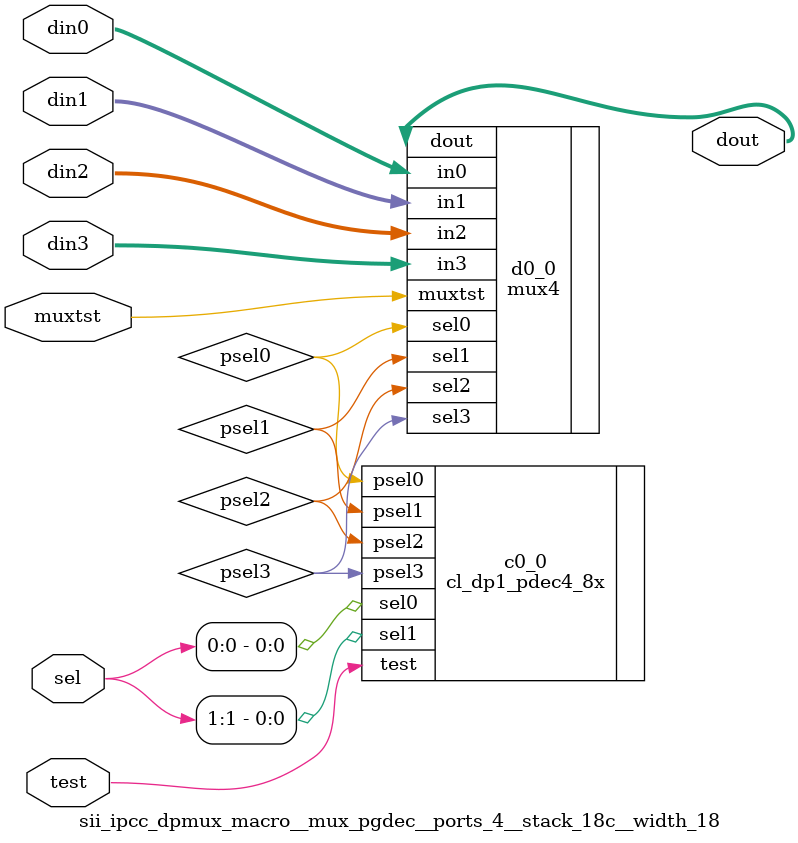
<source format=v>
module	sii_ipcc_dp (
  ipcc_data_all0, 
  ipcc_data_all1, 
  ipcc_data_all2, 
  ipcc_data_all3, 
  sii_mb1_read_data, 
  ipcc_dp_par_data, 
  curhdr, 
  data_sel, 
  gnt0_r_m, 
  hdr_data_sel, 
  new_c, 
  data_parity_err, 
  newhdr_l2, 
  newhdr_nc, 
  ipdohq0_dout, 
  ipdbhq0_dout, 
  ipdohq1_dout, 
  ipdbhq1_dout, 
  ipdodq0_dout, 
  ipdbdq0_dout, 
  ipdodq1_dout, 
  ipdbdq1_dout, 
  tcu_hdr, 
  tcu_data, 
  tcu_be_par, 
  scan_in, 
  scan_out, 
  l2clk, 
  tcu_muxtest, 
  tcu_dectest, 
  tcu_scan_en, 
  tcu_aclk, 
  tcu_bclk, 
  tcu_pce_ov, 
  tcu_clk_stop, 
  sii_mb0_wdata, 
  sii_mb0_run);
wire se;
wire siclk;
wire soclk;
wire pce_ov;
wire stop;
wire muxtst;
wire test;
wire [81:0] mbist0_wdata;
wire [7:0] sii_mb0_wdata_r;
wire [81:0] ipcc_data_func;
wire [13:0] newbe_par_rr;
wire [13:0] ipcc_ecc_r;
wire [71:0] ipcc_data_out_r;
wire [83:0] ipcc_data_out_m;
wire [16:0] new_be_r;
wire [13:0] newbe_par_r;
wire [63:0] newdata_r;
wire [1:0] ipcc_data_out_m_unused;
wire [89:0] ipcc_data_all;
wire ff_ipcc_data_out_scanin;
wire ff_ipcc_data_out_scanout;
wire [71:0] ipcc_data_out;
wire not_hdr_data_sel;
wire hdr_not_curhdr_58;
wire hdr_curhdr_58;
wire not_curhdr_58;
wire [71:0] curhdr_i;
wire [71:0] curhdr_l_buf;
wire ff_curhdri_scanin;
wire ff_curhdri_scanout;
wire [71:0] curhdr_l;
wire [4:0] gnt_pri;
wire [3:0] not_gnt0_r_m;
wire not_gnt0_2;
wire ff_newdata_scanin;
wire ff_newdata_scanout;
wire [63:0] newdata;
wire [63:0] newdata_tmp;
wire [13:0] be_par7;
wire [13:0] be_par6;
wire [13:0] be_par5;
wire [13:0] be_par4;
wire [13:0] be_par3;
wire [13:0] be_par2;
wire [13:0] be_par1;
wire [13:0] be_par0;
wire ff_newbe_par_scanin;
wire ff_newbe_par_scanout;
wire [13:0] newbe_par;
wire ff_newbe_par_rr_scanin;
wire ff_newbe_par_rr_scanout;
wire ff_mb0_wdata_scanin;
wire ff_mb0_wdata_scanout;
wire [7:0] sii_mb0_wdata_buf;
wire [13:0] ipcc_ecc;
wire [13:0] new_ecc;
wire [6:0] ecch;
wire [3:0] xor_ecc_h_l;
wire [6:0] eccl;
wire [31:0] eccd_h;
wire [31:0] eccd_l;
wire [8:0] eccd_h_0_l;
wire [8:0] eccd_h_0_r;
wire [8:0] eccd_h_0_l1;
wire [3:0] eccd_h_0_l2;
wire [1:0] eccd_h_0_l3;
wire [8:0] eccd_h_1_l;
wire [8:0] eccd_h_1_r;
wire [8:0] eccd_h_1_l1;
wire [3:0] eccd_h_1_l2;
wire [1:0] eccd_h_1_l3;
wire [8:0] eccd_h_2_l;
wire [8:0] eccd_h_2_r;
wire [8:0] eccd_h_2_l1;
wire [3:0] eccd_h_2_l2;
wire [1:0] eccd_h_2_l3;
wire [6:0] eccd_h_3_l;
wire [6:0] eccd_h_3_r;
wire [6:0] eccd_h_3_l1;
wire [3:0] eccd_h_3_l2;
wire [1:0] eccd_h_3_l3;
wire [6:0] eccd_h_4_l;
wire [6:0] eccd_h_4_r;
wire [6:0] eccd_h_4_l1;
wire [3:0] eccd_h_4_l2;
wire [1:0] eccd_h_4_l3;
wire [2:0] eccd_h_5_l1;
wire [8:0] eccd_h_6_l;
wire [8:0] eccd_h_6_r;
wire [8:0] eccd_h_6_l1;
wire [3:0] eccd_h_6_l2;
wire [1:0] eccd_h_6_l3;
wire [8:0] eccd_l_0_l;
wire [8:0] eccd_l_0_r;
wire [8:0] eccd_l_0_l1;
wire [3:0] eccd_l_0_l2;
wire [1:0] eccd_l_0_l3;
wire [8:0] eccd_l_1_l;
wire [8:0] eccd_l_1_r;
wire [8:0] eccd_l_1_l1;
wire [3:0] eccd_l_1_l2;
wire [1:0] eccd_l_1_l3;
wire [8:0] eccd_l_2_l;
wire [8:0] eccd_l_2_r;
wire [8:0] eccd_l_2_l1;
wire [3:0] eccd_l_2_l2;
wire [1:0] eccd_l_2_l3;
wire [6:0] eccd_l_3_l;
wire [6:0] eccd_l_3_r;
wire [6:0] eccd_l_3_l1;
wire [3:0] eccd_l_3_l2;
wire [1:0] eccd_l_3_l3;
wire [6:0] eccd_l_4_l;
wire [6:0] eccd_l_4_r;
wire [6:0] eccd_l_4_l1;
wire [3:0] eccd_l_4_l2;
wire [1:0] eccd_l_4_l3;
wire [2:0] eccd_l_5_l1;
wire [8:0] eccd_l_6_l;
wire [8:0] eccd_l_6_r;
wire [8:0] eccd_l_6_l1;
wire [3:0] eccd_l_6_l2;
wire [1:0] eccd_l_6_l3;
wire [13:0] newbe_par1;
wire ff_newbe_scanin;
wire ff_newbe_scanout;
wire [17:0] new_be;
wire new_be_unused;
wire ff_ipcc_ecc_scanin;
wire ff_ipcc_ecc_scanout;


output	[89:0]	ipcc_data_all0;
output	[89:0]	ipcc_data_all1;
output	[89:0]	ipcc_data_all2;
output	[89:0]	ipcc_data_all3;
output	[77:0]	sii_mb1_read_data;
output  [84:0]	ipcc_dp_par_data;
output	[71:0]	curhdr;

//------inter-submodule signals-------

input	[2:0] 	data_sel;
input	[4:0] 	gnt0_r_m;
input	 	hdr_data_sel;
input	[5:0]   new_c;
input		data_parity_err;

//-------from data path -----------
input 	[63:0]	newhdr_l2;		// header for l2 
input 	[63:0]	newhdr_nc;		// header for ncu
input   [71:0]  ipdohq0_dout;
input   [71:0]  ipdbhq0_dout;
input   [71:0]  ipdohq1_dout;
input   [71:0]  ipdbhq1_dout;
input   [152:0] ipdodq0_dout;
input   [152:0] ipdbdq0_dout;
input   [152:0] ipdodq1_dout;
input   [152:0] ipdbdq1_dout;
input   [71:0]  tcu_hdr;
input   [63:0]  tcu_data;
input   [11:0]  tcu_be_par;


input		scan_in;
output 		scan_out;

input		l2clk;
input   	tcu_muxtest;
input   	tcu_dectest;
input   	tcu_scan_en;
input   	tcu_aclk;
input   	tcu_bclk;
input   	tcu_pce_ov;
input   	tcu_clk_stop;
input	[7:0]	sii_mb0_wdata;
input		sii_mb0_run;

//************************************************************************
// SCAN CONNECTIONS
//************************************************************************
   assign 	 se = tcu_scan_en;
   assign 	 siclk = tcu_aclk;
   assign 	 soclk = tcu_bclk;
   assign 	 pce_ov = tcu_pce_ov;
   assign 	 stop = tcu_clk_stop;
   assign        muxtst = tcu_muxtest;
   assign        test   = tcu_dectest;

//************************************************************************
// MBIST SECTION 
//************************************************************************

assign mbist0_wdata[81:0] = {sii_mb0_wdata_r[1:0],sii_mb0_wdata_r[7:0], 
			     sii_mb0_wdata_r[7:0],sii_mb0_wdata_r[7:0], sii_mb0_wdata_r[7:0],
			     sii_mb0_wdata_r[7:0],sii_mb0_wdata_r[7:0], sii_mb0_wdata_r[7:0],
			     sii_mb0_wdata_r[7:0],sii_mb0_wdata_r[7:0], sii_mb0_wdata_r[7:0]};

assign ipcc_data_func[81:0]  = {newbe_par_rr[3:0], ipcc_ecc_r[13:0], ipcc_data_out_r[63:0]}; 

sii_ipcc_dpmux_macro__mux_pgpe__ports_2__stack_64c__width_64 mux_ipcc_data_63_0       
			(
			.dout(ipcc_data_out_m[63:0]),
			.din0(mbist0_wdata[63:0]),
			.din1(ipcc_data_func[63:0]),
			.sel0(sii_mb0_run)
			);

sii_ipcc_dpmux_macro__mux_pgpe__ports_2__stack_20c__width_20 mux_ipcc_data_81_64        
			(
			.dout(ipcc_data_out_m[83:64]),
			.din0({2'b00, mbist0_wdata[81:64]}),
			.din1({2'b00,ipcc_data_func[81:64]}),
			.sel0(sii_mb0_run)
			);

assign sii_mb1_read_data[77:0] = {newbe_par_rr[13:0],ipcc_data_out_r[63:0]}; 
assign ipcc_dp_par_data[84:0]  = {new_be_r[16:0], newbe_par_r[3:0], newdata_r[63:0]};
assign ipcc_data_out_m_unused[1:0] = ipcc_data_out_m[83:82];

//************************************************************************
// MUXES SECTION 
//************************************************************************
assign ipcc_data_all[89:0] = {newbe_par_rr[11:4], ipcc_data_out_m[81:0]};

sii_ipcc_dpbuff_macro__dbuff_48x__stack_46c__width_46 buff_ipcc_data_all0_45_0  
        (
        .dout   (ipcc_data_all0[45:0]),
        .din    (ipcc_data_all[45:0])
        );

sii_ipcc_dpbuff_macro__dbuff_48x__stack_44c__width_44 buff_ipcc_data_all0_89_46  
        (
        .dout   (ipcc_data_all0[89:46]),
        .din    (ipcc_data_all[89:46])
        );

sii_ipcc_dpbuff_macro__dbuff_48x__stack_46c__width_46 buff_ipcc_data_all1_45_0  
        (
        .dout   (ipcc_data_all1[45:0]),
        .din    (ipcc_data_all[45:0])
        );

sii_ipcc_dpbuff_macro__dbuff_48x__stack_44c__width_44 buff_ipcc_data_all1_89_46  
        (
        .dout   (ipcc_data_all1[89:46]),
        .din    (ipcc_data_all[89:46])
        );


sii_ipcc_dpbuff_macro__dbuff_48x__stack_46c__width_46 buff_ipcc_data_all2_45_0  
        (
        .dout   (ipcc_data_all2[45:0]),
        .din    (ipcc_data_all[45:0])
        );

sii_ipcc_dpbuff_macro__dbuff_48x__stack_44c__width_44 buff_ipcc_data_all2_89_46  
        (
        .dout   (ipcc_data_all2[89:46]),
        .din    (ipcc_data_all[89:46])
        );

sii_ipcc_dpbuff_macro__dbuff_48x__stack_46c__width_46 buff_ipcc_data_all3_45_0  
        (
        .dout   (ipcc_data_all3[45:0]),
        .din    (ipcc_data_all[45:0])
        );

sii_ipcc_dpbuff_macro__dbuff_48x__stack_44c__width_44 buff_ipcc_data_all3_89_46  
        (
        .dout   (ipcc_data_all3[89:46]),
        .din    (ipcc_data_all[89:46])
        );


sii_ipcc_dpmsff_macro__stack_72c__width_72 ff_ipcc_data_out 
                        (
                        .scan_in(ff_ipcc_data_out_scanin),
                        .scan_out(ff_ipcc_data_out_scanout),
                        .din    (ipcc_data_out[71:0]),
                        .clk    (l2clk),
			.en	(1'b1),
                        .dout   (ipcc_data_out_r[71:0]),
  .se(se),
  .siclk(siclk),
  .soclk(soclk),
  .pce_ov(pce_ov),
  .stop(stop)
                        ) ;
//
//In order to combine the mux_ipcc_data_out and mux_newhdr, it need
// to be split to 2 muxes because of the width are different.

sii_ipcc_dpmux_macro__mux_pgpe__ports_2__stack_8c__width_8 mux_ipcc_data_out_71_64    
             		(
		        .dout   (ipcc_data_out[71:64]) ,
                        .din1   (newbe_par_r[7:0]),
                        .din0   (curhdr[71:64]),
                        .sel0   (hdr_data_sel)
			) ;

sii_ipcc_dpmux_macro__mux_pgnpe__ports_3__stack_64c__width_64 mux_ipcc_data_out_63_0    
             		(
		        .dout   (ipcc_data_out[63:0]) ,
                        .din2   (newdata_r[63:0]),
                        .din1   (newhdr_nc[63:0]),
                        .din0   (newhdr_l2[63:0]),
                        .sel2   (not_hdr_data_sel),
                        .sel1   (hdr_not_curhdr_58),
                        .sel0   (hdr_curhdr_58),
  .muxtst(muxtst)
			) ;

//inv_macro inv_curhdr_58 (width = 1, stack=1r)
//			(
//			.din (curhdr[58]),
//			.dout (not_curhdr_58)
//			);

sii_ipcc_dpinv_macro__stack_2r__width_2 inv_hdr_data_sel_curhdr58    
			(
			.din ({hdr_data_sel, curhdr[58]}),
			.dout ({not_hdr_data_sel,not_curhdr_58})
			);


sii_ipcc_dpand_macro__left_0__ports_2__stack_2r__width_2 and_hdr_sel      
			(
			.din0 ({hdr_data_sel, hdr_data_sel}),
			.din1 ({curhdr[58], not_curhdr_58}),
			.dout ({hdr_curhdr_58, hdr_not_curhdr_58} )
			);


//mux_macro mux_ipcc_data_out (width=72, ports=2, mux=pgpe, stack=72c)
//             		(
//		        .dout   (ipcc_data_out[71:0]) ,
//                        .din1   ({newbe_par_r[7:0], newdata_r[63:0]}),
//                        .din0   ({curhdr[71:64], newhdr[63:0]}),
//                        .sel0   (hdr_data_sel)
//			) ;

//mux_macro mux_newhdr (width=64, ports=2, mux=pgpe, stack=64c)
//             		(
//		        .dout   (newhdr[63:0]) ,
//                        .din1   (newhdr_nc[63:0]),
//                        .din0   (newhdr_l2[63:0]),
//                        .sel0   (curhdr[58])
//			) ;

sii_ipcc_dpinv_macro__stack_72r__width_72 inv_curhdr  
			(
			.din (curhdr_i[71:0]),
			.dout (curhdr[71:0])
			);

sii_ipcc_dpmsffi_macro__stack_72c__width_72 ff_curhdri 
                        (
                        .din    (curhdr_l_buf[71:0]),
                        .scan_in(ff_curhdri_scanin),
                        .scan_out(ff_curhdri_scanout),
                        .clk    (l2clk),
			.en	(1'b1),
                        .dout_l (curhdr_i[71:0]),
  .se(se),
  .siclk(siclk),
  .soclk(soclk),
  .pce_ov(pce_ov),
  .stop(stop)
                        ) ;

sii_ipcc_dpbuff_macro__minbuff_1__width_8  buf_curhdr_72_64  
			(
			.din (curhdr_l[71:64]),
			.dout (curhdr_l_buf[71:64])
			);

sii_ipcc_dpbuff_macro__minbuff_1__width_64  buf_curhdr_63_0  
			(
			.din (curhdr_l[63:0]),
			.dout (curhdr_l_buf[63:0])
			);

// Put priority encoder before pass gate mux for dft purpose
assign gnt_pri[0] = gnt0_r_m[0];
sii_ipcc_dpinv_macro__left_0__stack_4r__width_4 inv_gnt0_r_m    
			(
			.din (gnt0_r_m[3:0]),
			.dout (not_gnt0_r_m[3:0])
			);

sii_ipcc_dpnor_macro__left_0__ports_3__stack_2r__width_1 nor_gnt0_2      
			(
			.din0 (gnt0_r_m[0]),
			.din1 (gnt0_r_m[1]),
			.din2 (gnt0_r_m[2]),
			.dout (not_gnt0_2)

			);


sii_ipcc_dpand_macro__left_0__ports_2__stack_4r__width_1 and_gnt1      
			(
			.din0 (not_gnt0_r_m[0]),
			.din1 (gnt0_r_m[1]),
			.dout (gnt_pri[1])
			);

sii_ipcc_dpand_macro__left_0__ports_3__stack_4r__width_1 and_gnt2      
			(
			.din0 (not_gnt0_r_m[0]),
			.din1 (not_gnt0_r_m[1]),
			.din2 (gnt0_r_m[2]),
			.dout (gnt_pri[2])
			);

sii_ipcc_dpand_macro__left_0__ports_4__stack_4r__width_1 and_gnt3      
			(
			.din0 (not_gnt0_r_m[0]),
			.din1 (not_gnt0_r_m[1]),
			.din2 (not_gnt0_r_m[2]),
			.din3 (gnt0_r_m[3]),
			.dout (gnt_pri[3])
			);

sii_ipcc_dpand_macro__left_0__ports_3__stack_4r__width_1 and_gnt4      
			(
			.din0 (not_gnt0_2),
			.din1 (not_gnt0_r_m[3]),
// N2- Bug 111258, AT: 			.din2 (gnt0_r_m[4]),
			.din2 (1'b1),			// N2+ Bug 111258, AT
			.dout (gnt_pri[4])
			);

sii_ipcc_dpmux_macro__mux_pgnpe__ports_5__stack_72c__width_72 mux_curhdr    
             		(
		        .dout   (curhdr_l[71:0]) ,
                        .din4   (tcu_hdr[71:0]),
                        .din3   (ipdohq0_dout[71:0]),
                        .din2   (ipdbhq0_dout[71:0]),
                        .din1   (ipdohq1_dout[71:0]),
                        .din0   (ipdbhq1_dout[71:0]),
                        .sel4   (gnt_pri[4]),
                        .sel3   (gnt_pri[3]),
                        .sel2   (gnt_pri[2]),
                        .sel1   (gnt_pri[1]),
                        .sel0   (gnt_pri[0]),
  .muxtst(muxtst)
              		) ;

sii_ipcc_dpmsff_macro__stack_64c__width_64 ff_newdata 
                        (
                        .scan_in(ff_newdata_scanin),
                        .scan_out(ff_newdata_scanout),
                        .din    (newdata[63:0]),
                        .clk    (l2clk),
			.en	(1'b1),
                        .dout   (newdata_r[63:0]),
  .se(se),
  .siclk(siclk),
  .soclk(soclk),
  .pce_ov(pce_ov),
  .stop(stop)
                        ) ;

sii_ipcc_dpmux_macro__mux_pgpe__ports_2__stack_64c__width_64 mux_newdata    
             		(
		        .dout   (newdata[63:0]) ,
                        .din1   (newdata_tmp[63:0]),
                        .din0   (tcu_data[63:0]),
                        .sel0   (gnt0_r_m[4])
              		) ;

sii_ipcc_dpmux_macro__mux_pgdec__ports_8__stack_64c__width_64 mux_newdata_tmp    
             		(
		        .dout   (newdata_tmp[63:0]) ,
                        .din7   (ipdodq0_dout[127:64]),
                        .din6   (ipdodq0_dout[63:0]),
                        .din5   (ipdbdq0_dout[127:64]),
                        .din4   (ipdbdq0_dout[63:0]),
                        .din3   (ipdodq1_dout[127:64]),
                        .din2   (ipdodq1_dout[63:0]),
                        .din1   (ipdbdq1_dout[127:64]),
                        .din0   (ipdbdq1_dout[63:0]),
                        .sel    (data_sel[2:0]),
  .muxtst(muxtst),
  .test(test)
              		) ;

assign be_par7[13:0]	= {1'b0, ipdodq0_dout[152], ipdodq0_dout[143:136],ipdodq0_dout[151:148]};
assign be_par6[13:0]	= {2'b0, ipdodq0_dout[135:128],ipdodq0_dout[147:144]}; 
assign be_par5[13:0]	= {1'b0, ipdbdq0_dout[152], ipdbdq0_dout[143:136],ipdbdq0_dout[151:148]};
assign be_par4[13:0]	= {2'b0, ipdbdq0_dout[135:128],ipdbdq0_dout[147:144]}; 
assign be_par3[13:0]	= {1'b0, ipdodq1_dout[152], ipdodq1_dout[143:136],ipdodq1_dout[151:148]};
assign be_par2[13:0]	= {2'b0, ipdodq1_dout[135:128],ipdodq1_dout[147:144]}; 
assign be_par1[13:0]	= {1'b0, ipdbdq1_dout[152], ipdbdq1_dout[143:136],ipdbdq1_dout[151:148]};
assign be_par0[13:0]	= {2'b0, ipdbdq1_dout[135:128],ipdbdq1_dout[147:144]}; 


sii_ipcc_dpmsff_macro__stack_14c__width_14 ff_newbe_par 
                        (
                        .scan_in(ff_newbe_par_scanin),
                        .scan_out(ff_newbe_par_scanout),
                        .din    (newbe_par[13:0]),
                        .clk    (l2clk),
                        .dout   (newbe_par_r[13:0]),
			.en (1'b1),
  .se(se),
  .siclk(siclk),
  .soclk(soclk),
  .pce_ov(pce_ov),
  .stop(stop)
                        ) ;

sii_ipcc_dpmsff_macro__stack_14c__width_14 ff_newbe_par_rr 
                        (
                        .scan_in(ff_newbe_par_rr_scanin),
                        .scan_out(ff_newbe_par_rr_scanout),
                        .din    ({newbe_par_r[13:8], ipcc_data_out[71:64]}),
                        .clk    (l2clk),
                        .dout   (newbe_par_rr[13:0]),
			.en (1'b1),
  .se(se),
  .siclk(siclk),
  .soclk(soclk),
  .pce_ov(pce_ov),
  .stop(stop)
                        ) ;

sii_ipcc_dpmsff_macro__stack_8c__width_8 ff_mb0_wdata 
                        (
                        .scan_in(ff_mb0_wdata_scanin),
                        .scan_out(ff_mb0_wdata_scanout),
                        .din    (sii_mb0_wdata_buf[7:0]),
                        .clk    (l2clk),
                        .dout   (sii_mb0_wdata_r[7:0]),
			.en (1'b1),
  .se(se),
  .siclk(siclk),
  .soclk(soclk),
  .pce_ov(pce_ov),
  .stop(stop)
                        ) ;

sii_ipcc_dpbuff_macro__minbuff_1__stack_8r__width_8  buf_sii_mb0_wdata   
			(
			.din (sii_mb0_wdata[7:0]),
			.dout (sii_mb0_wdata_buf[7:0])
			);


//---------------------------------------------------------------------
//				MUX SELECT ECC
//---------------------------------------------------------------------
sii_ipcc_dpmux_macro__mux_pgpe__ports_2__stack_14c__width_14 mux_ipcc_ecc     
                        (
                        .dout   (ipcc_ecc[13:0]) ,
                        .din1   (new_ecc[13:0]),
                        .din0   ({8'b0, new_c[5:0]}),
                        .sel0   (hdr_data_sel)
                        ) ;

assign new_ecc[13:0] = {ecch[6:2], xor_ecc_h_l[3:2], eccl[6:2], xor_ecc_h_l[1:0]};
sii_ipcc_dpxor_macro__ports_2__stack_4r__width_4 xor_ecc     
			(
			.din0 ({ecch[1:0], eccl[1:0]}),
			.din1 ({data_parity_err, data_parity_err, data_parity_err, data_parity_err}),
			.dout (xor_ecc_h_l[3:0])
			);

//---------------------------------------------------------------------
//				DATA ECC GENERATION LOGIC    				
//---------------------------------------------------------------------
assign eccd_h[31:0] = ipcc_dp_par_data[63:32];
assign eccd_l[31:0] = ipcc_dp_par_data[31:0];

assign eccd_h_0_l = {eccd_h[0], eccd_h[3], eccd_h[6], eccd_h[10], eccd_h[13],
		     eccd_h[17], eccd_h[21], eccd_h[25], eccd_h[28]};

assign eccd_h_0_r = {eccd_h[1], eccd_h[4], eccd_h[8], eccd_h[11], eccd_h[15],
		     eccd_h[19], eccd_h[23], eccd_h[26], eccd_h[30]};

   sii_ipcc_dpxor_macro__ports_2__stack_10r__width_9 xor_ecch_0_l1    (
        .din0  (eccd_h_0_l[8:0]),
	.din1  (eccd_h_0_r[8:0]),
        .dout (eccd_h_0_l1[8:0])
        );

   sii_ipcc_dpxor_macro__ports_2__stack_4r__width_4 xor_ecch_0_l2    (
        .din0  (eccd_h_0_l1[3:0]),
	.din1  (eccd_h_0_l1[7:4]),
        .dout (eccd_h_0_l2[3:0])
        );
    
   sii_ipcc_dpxor_macro__ports_2__stack_2r__width_2 xor_ecch_0_l3    (
        .din0  (eccd_h_0_l2[1:0]),
	.din1  (eccd_h_0_l2[3:2]),
        .dout (eccd_h_0_l3[1:0])
        );
    
   sii_ipcc_dpxor_macro__ports_3__stack_2r__width_1 xor_ecch_0_l4    (
        .din0  (eccd_h_0_l3[0]),
	.din1  (eccd_h_0_l3[1]),
	.din2  (eccd_h_0_l1[8]),
        .dout (ecch[0])
        );
    
assign eccd_h_1_l = {eccd_h[0], eccd_h[3], eccd_h[6], eccd_h[10], eccd_h[13],
		     eccd_h[17], eccd_h[21], eccd_h[25], eccd_h[28]};

assign eccd_h_1_r = {eccd_h[2], eccd_h[5], eccd_h[9], eccd_h[12], eccd_h[16],
		     eccd_h[20], eccd_h[24], eccd_h[27], eccd_h[31]};

   sii_ipcc_dpxor_macro__ports_2__stack_10r__width_9 xor_ecch_1_l1    (
        .din0  (eccd_h_1_l[8:0]),
	.din1  (eccd_h_1_r[8:0]),
        .dout (eccd_h_1_l1[8:0])
        );

   sii_ipcc_dpxor_macro__ports_2__stack_4r__width_4 xor_ecch_1_l2    (
        .din0  (eccd_h_1_l1[3:0]),
	.din1  (eccd_h_1_l1[7:4]),
        .dout (eccd_h_1_l2[3:0])
        );
    
   sii_ipcc_dpxor_macro__ports_2__stack_2r__width_2 xor_ecch_1_l3    (
        .din0  (eccd_h_1_l2[1:0]),
	.din1  (eccd_h_1_l2[3:2]),
        .dout (eccd_h_1_l3[1:0])
        );
    
   sii_ipcc_dpxor_macro__ports_3__stack_2r__width_1 xor_ecch_1_l4    (
        .din0  (eccd_h_1_l3[0]),
	.din1  (eccd_h_1_l3[1]),
	.din2  (eccd_h_1_l1[8]),
        .dout (ecch[1])
        );
    
assign eccd_h_2_l = {eccd_h[1], eccd_h[3], eccd_h[8], eccd_h[10], eccd_h[15],
		     eccd_h[17], eccd_h[23], eccd_h[25], eccd_h[30]};

assign eccd_h_2_r = {eccd_h[2], eccd_h[7], eccd_h[9], eccd_h[14], eccd_h[16],
		     eccd_h[22], eccd_h[24], eccd_h[29], eccd_h[31]};

   sii_ipcc_dpxor_macro__ports_2__stack_10r__width_9 xor_ecch_2_l1    (
        .din0  (eccd_h_2_l[8:0]),
	.din1  (eccd_h_2_r[8:0]),
        .dout (eccd_h_2_l1[8:0])
        );

   sii_ipcc_dpxor_macro__ports_2__stack_4r__width_4 xor_ecch_2_l2    (
        .din0  (eccd_h_2_l1[3:0]),
	.din1  (eccd_h_2_l1[7:4]),
        .dout (eccd_h_2_l2[3:0])
        );
    
   sii_ipcc_dpxor_macro__ports_2__stack_2r__width_2 xor_ecch_2_l3    (
        .din0  (eccd_h_2_l2[1:0]),
	.din1  (eccd_h_2_l2[3:2]),
        .dout (eccd_h_2_l3[1:0])
        );
    
   sii_ipcc_dpxor_macro__ports_3__stack_2r__width_1 xor_ecch_2_l4    (
        .din0  (eccd_h_2_l3[0]),
	.din1  (eccd_h_2_l3[1]),
	.din2  (eccd_h_2_l1[8]),
        .dout (ecch[2])
        );
    
assign eccd_h_3_l = {eccd_h[4], eccd_h[6], eccd_h[8], eccd_h[10], eccd_h[19],
		     eccd_h[21], eccd_h[23]};

assign eccd_h_3_r = {eccd_h[5], eccd_h[7], eccd_h[9], eccd_h[18], eccd_h[20],
		     eccd_h[22], eccd_h[24]};

   sii_ipcc_dpxor_macro__ports_2__stack_8r__width_7 xor_ecch_3_l1    (
        .din0  (eccd_h_3_l[6:0]),
	.din1  (eccd_h_3_r[6:0]),
        .dout (eccd_h_3_l1[6:0])
        );

   sii_ipcc_dpxor_macro__ports_2__stack_4r__width_4 xor_ecch_3_l2    (
        .din0  (eccd_h_3_l1[3:0]),
	.din1  ({eccd_h_3_l1[6:4],eccd_h[25]}),
        .dout (eccd_h_3_l2[3:0])
        );
    
   sii_ipcc_dpxor_macro__ports_2__stack_2r__width_2 xor_ecch_3_l3    (
        .din0  (eccd_h_3_l2[1:0]),
	.din1  (eccd_h_3_l2[3:2]),
        .dout (eccd_h_3_l3[1:0])
        );
    
   sii_ipcc_dpxor_macro__ports_2__stack_2r__width_1 xor_ecch_3_l4    (
        .din0  (eccd_h_3_l3[0]),
	.din1  (eccd_h_3_l3[1]),
        .dout (ecch[3])
        );

 
assign eccd_h_4_l = {eccd_h[11], eccd_h[13], eccd_h[15], eccd_h[17], eccd_h[19],
                     eccd_h[21], eccd_h[23]};

assign eccd_h_4_r = {eccd_h[12], eccd_h[14], eccd_h[16], eccd_h[18], eccd_h[20],
                     eccd_h[22], eccd_h[24]};

   sii_ipcc_dpxor_macro__ports_2__stack_8r__width_7 xor_ecch_4_l1    (
        .din0  (eccd_h_4_l[6:0]),
        .din1  (eccd_h_4_r[6:0]),
        .dout (eccd_h_4_l1[6:0])
        );

   sii_ipcc_dpxor_macro__ports_2__stack_4r__width_4 xor_ecch_4_l2    (
        .din0  (eccd_h_4_l1[3:0]),
        .din1  ({eccd_h_4_l1[6:4],eccd_h[25]}),
        .dout (eccd_h_4_l2[3:0])
        );
   
   sii_ipcc_dpxor_macro__ports_2__stack_2r__width_2 xor_ecch_4_l3    (
        .din0  (eccd_h_4_l2[1:0]),
        .din1  (eccd_h_4_l2[3:2]),
        .dout (eccd_h_4_l3[1:0])
        );
   
   sii_ipcc_dpxor_macro__ports_2__stack_2r__width_1 xor_ecch_4_l4    (
        .din0  (eccd_h_4_l3[0]),
        .din1  (eccd_h_4_l3[1]),
        .dout (ecch[4])
        );
    
   sii_ipcc_dpxor_macro__ports_2__stack_4r__width_3 xor_ecch_5_l1    (
        .din0  ({eccd_h[26], eccd_h[28], eccd_h[30]}),
        .din1  ({eccd_h[27], eccd_h[29], eccd_h[31]}),
        .dout (eccd_h_5_l1[2:0])
        );

   sii_ipcc_dpxor_macro__ports_3__stack_2r__width_1 xor_ecch_5_l4    (
        .din0  (eccd_h_5_l1[0]),
        .din1  (eccd_h_5_l1[1]),
        .din2  (eccd_h_5_l1[2]),
        .dout (ecch[5])
        );

assign eccd_h_6_l = {eccd_h[0], eccd_h[1], eccd_h[2], eccd_h[4], eccd_h[5],
                     eccd_h[7], eccd_h[10], eccd_h[11], eccd_h[12]};

assign eccd_h_6_r = {eccd_h[14], eccd_h[17], eccd_h[18], eccd_h[21], eccd_h[23],
                     eccd_h[24], eccd_h[26], eccd_h[27], eccd_h[29]};

   sii_ipcc_dpxor_macro__ports_2__stack_10r__width_9 xor_ecch_6_l1    (
        .din0  (eccd_h_6_l[8:0]),
        .din1  (eccd_h_6_r[8:0]),
        .dout (eccd_h_6_l1[8:0])
        );

   sii_ipcc_dpxor_macro__ports_2__stack_4r__width_4 xor_ecch_6_l2    (
        .din0  (eccd_h_6_l1[3:0]),
        .din1  (eccd_h_6_l1[7:4]),
        .dout (eccd_h_6_l2[3:0])
        );

   sii_ipcc_dpxor_macro__ports_2__stack_2r__width_2 xor_ecch_6_l3    (
        .din0  (eccd_h_6_l2[1:0]),
        .din1  (eccd_h_6_l2[3:2]),
        .dout (eccd_h_6_l3[1:0])
        );

   sii_ipcc_dpxor_macro__ports_3__stack_2r__width_1 xor_ecch_6_l4    (
        .din0  (eccd_h_6_l3[0]),
        .din1  (eccd_h_6_l3[1]),
        .din2  (eccd_h_6_l1[8]),
        .dout (ecch[6])
        );

//---------------------------------------------------------------------

assign eccd_l_0_l = {eccd_l[0], eccd_l[3], eccd_l[6], eccd_l[10], eccd_l[13],
		     eccd_l[17], eccd_l[21], eccd_l[25], eccd_l[28]};

assign eccd_l_0_r = {eccd_l[1], eccd_l[4], eccd_l[8], eccd_l[11], eccd_l[15],
		     eccd_l[19], eccd_l[23], eccd_l[26], eccd_l[30]};

   sii_ipcc_dpxor_macro__ports_2__stack_10r__width_9 xor_eccl_0_l1    (
        .din0  (eccd_l_0_l[8:0]),
	.din1  (eccd_l_0_r[8:0]),
        .dout (eccd_l_0_l1[8:0])
        );

   sii_ipcc_dpxor_macro__ports_2__stack_4r__width_4 xor_eccl_0_l2    (
        .din0  (eccd_l_0_l1[3:0]),
	.din1  (eccd_l_0_l1[7:4]),
        .dout (eccd_l_0_l2[3:0])
        );
    
   sii_ipcc_dpxor_macro__ports_2__stack_2r__width_2 xor_eccl_0_l3    (
        .din0  (eccd_l_0_l2[1:0]),
	.din1  (eccd_l_0_l2[3:2]),
        .dout (eccd_l_0_l3[1:0])
        );
    
   sii_ipcc_dpxor_macro__ports_3__stack_2r__width_1 xor_eccl_0_l4    (
        .din0  (eccd_l_0_l3[0]),
	.din1  (eccd_l_0_l3[1]),
	.din2  (eccd_l_0_l1[8]),
        .dout (eccl[0])
        );
    
assign eccd_l_1_l = {eccd_l[0], eccd_l[3], eccd_l[6], eccd_l[10], eccd_l[13],
		     eccd_l[17], eccd_l[21], eccd_l[25], eccd_l[28]};

assign eccd_l_1_r = {eccd_l[2], eccd_l[5], eccd_l[9], eccd_l[12], eccd_l[16],
		     eccd_l[20], eccd_l[24], eccd_l[27], eccd_l[31]};

   sii_ipcc_dpxor_macro__ports_2__stack_10r__width_9 xor_eccl_1_l1    (
        .din0  (eccd_l_1_l[8:0]),
	.din1  (eccd_l_1_r[8:0]),
        .dout (eccd_l_1_l1[8:0])
        );

   sii_ipcc_dpxor_macro__ports_2__stack_8r__width_4 xor_eccl_1_l2    (
        .din0  (eccd_l_1_l1[3:0]),
	.din1  (eccd_l_1_l1[7:4]),
        .dout (eccd_l_1_l2[3:0])
        );
    
   sii_ipcc_dpxor_macro__ports_2__stack_4r__width_2 xor_eccl_1_l3    (
        .din0  (eccd_l_1_l2[1:0]),
	.din1  (eccd_l_1_l2[3:2]),
        .dout (eccd_l_1_l3[1:0])
        );
    
   sii_ipcc_dpxor_macro__ports_3__stack_2r__width_1 xor_eccl_1_l4    (
        .din0  (eccd_l_1_l3[0]),
	.din1  (eccd_l_1_l3[1]),
	.din2  (eccd_l_1_l1[8]),
        .dout (eccl[1])
        );
    
assign eccd_l_2_l = {eccd_l[1], eccd_l[3], eccd_l[8], eccd_l[10], eccd_l[15],
		     eccd_l[17], eccd_l[23], eccd_l[25], eccd_l[30]};

assign eccd_l_2_r = {eccd_l[2], eccd_l[7], eccd_l[9], eccd_l[14], eccd_l[16],
		     eccd_l[22], eccd_l[24], eccd_l[29], eccd_l[31]};

   sii_ipcc_dpxor_macro__ports_2__stack_10r__width_9 xor_eccl_2_l1    (
        .din0  (eccd_l_2_l[8:0]),
	.din1  (eccd_l_2_r[8:0]),
        .dout (eccd_l_2_l1[8:0])
        );

   sii_ipcc_dpxor_macro__ports_2__stack_4r__width_4 xor_eccl_2_l2    (
        .din0  (eccd_l_2_l1[3:0]),
	.din1  (eccd_l_2_l1[7:4]),
        .dout (eccd_l_2_l2[3:0])
        );
    
   sii_ipcc_dpxor_macro__ports_2__stack_2r__width_2 xor_eccl_2_l3    (
        .din0  (eccd_l_2_l2[1:0]),
	.din1  (eccd_l_2_l2[3:2]),
        .dout (eccd_l_2_l3[1:0])
        );
    
   sii_ipcc_dpxor_macro__ports_3__stack_2r__width_1 xor_eccl_2_l4    (
        .din0  (eccd_l_2_l3[0]),
	.din1  (eccd_l_2_l3[1]),
	.din2  (eccd_l_2_l1[8]),
        .dout (eccl[2])
        );
    
assign eccd_l_3_l = {eccd_l[4], eccd_l[6], eccd_l[8], eccd_l[10], eccd_l[19],
		     eccd_l[21], eccd_l[23]};

assign eccd_l_3_r = {eccd_l[5], eccd_l[7], eccd_l[9], eccd_l[18], eccd_l[20],
		     eccd_l[22], eccd_l[24]};

   sii_ipcc_dpxor_macro__ports_2__stack_8r__width_7 xor_eccl_3_l1    (
        .din0  (eccd_l_3_l[6:0]),
	.din1  (eccd_l_3_r[6:0]),
        .dout (eccd_l_3_l1[6:0])
        );

   sii_ipcc_dpxor_macro__ports_2__stack_4r__width_4 xor_eccl_3_l2    (
        .din0  (eccd_l_3_l1[3:0]),
	.din1  ({eccd_l_3_l1[6:4],eccd_l[25]}),
        .dout (eccd_l_3_l2[3:0])
        );
    
   sii_ipcc_dpxor_macro__ports_2__stack_2r__width_2 xor_eccl_3_l3    (
        .din0  (eccd_l_3_l2[1:0]),
	.din1  (eccd_l_3_l2[3:2]),
        .dout (eccd_l_3_l3[1:0])
        );
    
   sii_ipcc_dpxor_macro__ports_2__stack_2r__width_1 xor_eccl_3_l4    (
        .din0  (eccd_l_3_l3[0]),
	.din1  (eccd_l_3_l3[1]),
        .dout (eccl[3])
        );

 
assign eccd_l_4_l = {eccd_l[11], eccd_l[13], eccd_l[15], eccd_l[17], eccd_l[19],
                     eccd_l[21], eccd_l[23]};

assign eccd_l_4_r = {eccd_l[12], eccd_l[14], eccd_l[16], eccd_l[18], eccd_l[20],
                     eccd_l[22], eccd_l[24]};

   sii_ipcc_dpxor_macro__ports_2__stack_8r__width_7 xor_eccl_4_l1    (
        .din0  (eccd_l_4_l[6:0]),
        .din1  (eccd_l_4_r[6:0]),
        .dout (eccd_l_4_l1[6:0])
        );

   sii_ipcc_dpxor_macro__ports_2__stack_4r__width_4 xor_eccl_4_l2    (
        .din0  (eccd_l_4_l1[3:0]),
        .din1  ({eccd_l_4_l1[6:4],eccd_l[25]}),
        .dout (eccd_l_4_l2[3:0])
        );
   
   sii_ipcc_dpxor_macro__ports_2__stack_2r__width_2 xor_eccl_4_l3    (
        .din0  (eccd_l_4_l2[1:0]),
        .din1  (eccd_l_4_l2[3:2]),
        .dout (eccd_l_4_l3[1:0])
        );
   
   sii_ipcc_dpxor_macro__ports_2__stack_2r__width_1 xor_eccl_4_l4    (
        .din0  (eccd_l_4_l3[0]),
        .din1  (eccd_l_4_l3[1]),
        .dout (eccl[4])
        );
    
   sii_ipcc_dpxor_macro__ports_2__stack_4r__width_3 xor_eccl_5_l1    (
        .din0  ({eccd_l[26], eccd_l[28], eccd_l[30]}),
        .din1  ({eccd_l[27], eccd_l[29], eccd_l[31]}),
        .dout (eccd_l_5_l1[2:0])
        );

   sii_ipcc_dpxor_macro__ports_3__stack_2r__width_1 xor_eccl_5_l4    (
        .din0  (eccd_l_5_l1[0]),
        .din1  (eccd_l_5_l1[1]),
        .din2  (eccd_l_5_l1[2]),
        .dout (eccl[5])
        );

assign eccd_l_6_l = {eccd_l[0], eccd_l[1], eccd_l[2], eccd_l[4], eccd_l[5],
                     eccd_l[7], eccd_l[10], eccd_l[11], eccd_l[12]};

assign eccd_l_6_r = {eccd_l[14], eccd_l[17], eccd_l[18], eccd_l[21], eccd_l[23],
                     eccd_l[24], eccd_l[26], eccd_l[27], eccd_l[29]};

   sii_ipcc_dpxor_macro__ports_2__stack_10r__width_9 xor_eccl_6_l1    (
        .din0  (eccd_l_6_l[8:0]),
        .din1  (eccd_l_6_r[8:0]),
        .dout (eccd_l_6_l1[8:0])
        );

   sii_ipcc_dpxor_macro__ports_2__stack_4r__width_4 xor_eccl_6_l2    (
        .din0  (eccd_l_6_l1[3:0]),
        .din1  (eccd_l_6_l1[7:4]),
        .dout (eccd_l_6_l2[3:0])
        );

   sii_ipcc_dpxor_macro__ports_2__stack_2r__width_2 xor_eccl_6_l3    (
        .din0  (eccd_l_6_l2[1:0]),
        .din1  (eccd_l_6_l2[3:2]),
        .dout (eccd_l_6_l3[1:0])
        );

   sii_ipcc_dpxor_macro__ports_3__stack_2r__width_1 xor_eccl_6_l4    (
        .din0  (eccd_l_6_l3[0]),
        .din1  (eccd_l_6_l3[1]),
        .din2  (eccd_l_6_l1[8]),
        .dout (eccl[6])
        );


//---------------------------------------------------------------------
//	DATA PARITY GENERATION LOGIC
//---------------------------------------------------------------------

sii_ipcc_dpmux_macro__mux_pgpe__ports_2__stack_14c__width_14 mux_newbe_par     
                        (
                        .dout   (newbe_par[13:0]) ,
                        .din1   (newbe_par1[13:0]),
                        .din0   ({2'b0, tcu_be_par[11:0]}),
                        .sel0   (gnt0_r_m[4])
                        ) ;

sii_ipcc_dpmux_macro__mux_pgdec__ports_8__stack_14c__width_14 mux_newbe_par1    
             		(
		        .dout   (newbe_par1[13:0]) ,
                        .din7   (be_par7[13:0]),
                        .din6   (be_par6[13:0]),
                        .din5   (be_par5[13:0]),
                        .din4   (be_par4[13:0]),
                        .din3   (be_par3[13:0]),
                        .din2   (be_par2[13:0]),
                        .din1   (be_par1[13:0]),
                        .din0   (be_par0[13:0]),
                        .sel    (data_sel[2:0]),
  .muxtst(muxtst),
  .test(test)
              		) ;

sii_ipcc_dpmsff_macro__stack_18c__width_18 ff_newbe 
                        (
                        .scan_in(ff_newbe_scanin),
                        .scan_out(ff_newbe_scanout),
                        .din    (new_be[17:0]),
                        .clk    (l2clk),
			.en 	(1'b1),
                        .dout   ({new_be_unused, new_be_r[16:0]}),
  .se(se),
  .siclk(siclk),
  .soclk(soclk),
  .pce_ov(pce_ov),
  .stop(stop)
                        ) ;

sii_ipcc_dpmux_macro__mux_pgdec__ports_4__stack_18c__width_18 mux_newbe    
             		(
		        .dout   (new_be[17:0]) ,
                        .din3   ({1'b0, ipdodq0_dout[152], be_par7[11:4], be_par6[11:4]}),
                        .din2   ({1'b0, ipdbdq0_dout[152], be_par5[11:4], be_par4[11:4]}),
                        .din1   ({1'b0, ipdodq1_dout[152], be_par3[11:4], be_par2[11:4]}),
                        .din0   ({1'b0, ipdbdq1_dout[152], be_par1[11:4], be_par0[11:4]}),
                        .sel    (data_sel[2:1]),
  .muxtst(muxtst),
  .test(test)
              		) ;

sii_ipcc_dpmsff_macro__stack_14c__width_14 ff_ipcc_ecc 
                        (
                        .scan_in(ff_ipcc_ecc_scanin),
                        .scan_out(ff_ipcc_ecc_scanout),
                        .din    (ipcc_ecc[13:0]),
                        .clk    (l2clk),
			.en 	(1'b1),
                        .dout   (ipcc_ecc_r[13:0]),
  .se(se),
  .siclk(siclk),
  .soclk(soclk),
  .pce_ov(pce_ov),
  .stop(stop)
                        ) ;

// fixscan start:
assign ff_ipcc_data_out_scanin   = scan_in                  ;
assign ff_curhdri_scanin         = ff_ipcc_data_out_scanout ;
assign ff_newdata_scanin         = ff_curhdri_scanout       ;
assign ff_newbe_par_scanin       = ff_newdata_scanout       ;
assign ff_newbe_par_rr_scanin    = ff_newbe_par_scanout     ;
assign ff_mb0_wdata_scanin       = ff_newbe_par_rr_scanout  ;
assign ff_newbe_scanin           = ff_mb0_wdata_scanout     ;
assign ff_ipcc_ecc_scanin        = ff_newbe_scanout         ;
assign scan_out                  = ff_ipcc_ecc_scanout      ;
// fixscan end:
endmodule


// general mux macro for pass-gate and and-or muxes with/wout priority encoders
// also for pass-gate with decoder





// any PARAMS parms go into naming of macro

module sii_ipcc_dpmux_macro__mux_pgpe__ports_2__stack_64c__width_64 (
  din0, 
  din1, 
  sel0, 
  dout);
wire psel0_unused;
wire psel1;

  input [63:0] din0;
  input [63:0] din1;
  input sel0;
  output [63:0] dout;





cl_dp1_penc2_8x  c0_0 (
 .sel0(sel0),
 .psel0(psel0_unused),
 .psel1(psel1)
);

mux2e #(64)  d0_0 (
  .sel(psel1),
  .in0(din0[63:0]),
  .in1(din1[63:0]),
.dout(dout[63:0])
);









  



endmodule


// general mux macro for pass-gate and and-or muxes with/wout priority encoders
// also for pass-gate with decoder





// any PARAMS parms go into naming of macro

module sii_ipcc_dpmux_macro__mux_pgpe__ports_2__stack_20c__width_20 (
  din0, 
  din1, 
  sel0, 
  dout);
wire psel0_unused;
wire psel1;

  input [19:0] din0;
  input [19:0] din1;
  input sel0;
  output [19:0] dout;





cl_dp1_penc2_8x  c0_0 (
 .sel0(sel0),
 .psel0(psel0_unused),
 .psel1(psel1)
);

mux2e #(20)  d0_0 (
  .sel(psel1),
  .in0(din0[19:0]),
  .in1(din1[19:0]),
.dout(dout[19:0])
);









  



endmodule


//
//   buff macro
//
//





module sii_ipcc_dpbuff_macro__dbuff_48x__stack_46c__width_46 (
  din, 
  dout);
  input [45:0] din;
  output [45:0] dout;






buff #(46)  d0_0 (
.in(din[45:0]),
.out(dout[45:0])
);








endmodule





//
//   buff macro
//
//





module sii_ipcc_dpbuff_macro__dbuff_48x__stack_44c__width_44 (
  din, 
  dout);
  input [43:0] din;
  output [43:0] dout;






buff #(44)  d0_0 (
.in(din[43:0]),
.out(dout[43:0])
);








endmodule









// any PARAMS parms go into naming of macro

module sii_ipcc_dpmsff_macro__stack_72c__width_72 (
  din, 
  clk, 
  en, 
  se, 
  scan_in, 
  siclk, 
  soclk, 
  pce_ov, 
  stop, 
  dout, 
  scan_out);
wire l1clk;
wire siclk_out;
wire soclk_out;
wire [70:0] so;

  input [71:0] din;


  input clk;
  input en;
  input se;
  input scan_in;
  input siclk;
  input soclk;
  input pce_ov;
  input stop;



  output [71:0] dout;


  output scan_out;




cl_dp1_l1hdr_8x c0_0 (
.l2clk(clk),
.pce(en),
.aclk(siclk),
.bclk(soclk),
.l1clk(l1clk),
  .se(se),
  .pce_ov(pce_ov),
  .stop(stop),
  .siclk_out(siclk_out),
  .soclk_out(soclk_out)
);
dff #(72)  d0_0 (
.l1clk(l1clk),
.siclk(siclk_out),
.soclk(soclk_out),
.d(din[71:0]),
.si({scan_in,so[70:0]}),
.so({so[70:0],scan_out}),
.q(dout[71:0])
);




















endmodule









// general mux macro for pass-gate and and-or muxes with/wout priority encoders
// also for pass-gate with decoder





// any PARAMS parms go into naming of macro

module sii_ipcc_dpmux_macro__mux_pgpe__ports_2__stack_8c__width_8 (
  din0, 
  din1, 
  sel0, 
  dout);
wire psel0_unused;
wire psel1;

  input [7:0] din0;
  input [7:0] din1;
  input sel0;
  output [7:0] dout;





cl_dp1_penc2_8x  c0_0 (
 .sel0(sel0),
 .psel0(psel0_unused),
 .psel1(psel1)
);

mux2e #(8)  d0_0 (
  .sel(psel1),
  .in0(din0[7:0]),
  .in1(din1[7:0]),
.dout(dout[7:0])
);









  



endmodule


// general mux macro for pass-gate and and-or muxes with/wout priority encoders
// also for pass-gate with decoder





// any PARAMS parms go into naming of macro

module sii_ipcc_dpmux_macro__mux_pgnpe__ports_3__stack_64c__width_64 (
  din0, 
  sel0, 
  din1, 
  sel1, 
  din2, 
  sel2, 
  muxtst, 
  dout);
wire buffout0;
wire buffout1;
wire buffout2;

  input [63:0] din0;
  input sel0;
  input [63:0] din1;
  input sel1;
  input [63:0] din2;
  input sel2;
  input muxtst;
  output [63:0] dout;





cl_dp1_muxbuff3_8x  c0_0 (
 .in0(sel0),
 .in1(sel1),
 .in2(sel2),
 .out0(buffout0),
 .out1(buffout1),
 .out2(buffout2)
);
mux3 #(64)  d0_0 (
  .sel0(buffout0),
  .sel1(buffout1),
  .sel2(buffout2),
  .in0(din0[63:0]),
  .in1(din1[63:0]),
  .in2(din2[63:0]),
.dout(dout[63:0]),
  .muxtst(muxtst)
);









  



endmodule


//
//   invert macro
//
//





module sii_ipcc_dpinv_macro__stack_2r__width_2 (
  din, 
  dout);
  input [1:0] din;
  output [1:0] dout;






inv #(2)  d0_0 (
.in(din[1:0]),
.out(dout[1:0])
);









endmodule





//  
//   and macro for ports = 2,3,4
//
//





module sii_ipcc_dpand_macro__left_0__ports_2__stack_2r__width_2 (
  din0, 
  din1, 
  dout);
  input [1:0] din0;
  input [1:0] din1;
  output [1:0] dout;






and2 #(2)  d0_0 (
.in0(din0[1:0]),
.in1(din1[1:0]),
.out(dout[1:0])
);









endmodule





//
//   invert macro
//
//





module sii_ipcc_dpinv_macro__stack_72r__width_72 (
  din, 
  dout);
  input [71:0] din;
  output [71:0] dout;






inv #(72)  d0_0 (
.in(din[71:0]),
.out(dout[71:0])
);









endmodule









// any PARAMS parms go into naming of macro

module sii_ipcc_dpmsffi_macro__stack_72c__width_72 (
  din, 
  clk, 
  en, 
  se, 
  scan_in, 
  siclk, 
  soclk, 
  pce_ov, 
  stop, 
  dout_l, 
  scan_out);
wire l1clk;
wire siclk_out;
wire soclk_out;
wire [70:0] so;

  input [71:0] din;


  input clk;
  input en;
  input se;
  input scan_in;
  input siclk;
  input soclk;
  input pce_ov;
  input stop;



  output [71:0] dout_l;


  output scan_out;




cl_dp1_l1hdr_8x c0_0 (
.l2clk(clk),
.pce(en),
.aclk(siclk),
.bclk(soclk),
.l1clk(l1clk),
  .se(se),
  .pce_ov(pce_ov),
  .stop(stop),
  .siclk_out(siclk_out),
  .soclk_out(soclk_out)
);
msffi_dp #(72)  d0_0 (
.l1clk(l1clk),
.siclk(siclk_out),
.soclk(soclk_out),
.d(din[71:0]),
.si({scan_in,so[70:0]}),
.so({so[70:0],scan_out}),
.q_l(dout_l[71:0])
);



















endmodule









//
//   buff macro
//
//





module sii_ipcc_dpbuff_macro__minbuff_1__width_8 (
  din, 
  dout);
  input [7:0] din;
  output [7:0] dout;






buff #(8)  d0_0 (
.in(din[7:0]),
.out(dout[7:0])
);








endmodule





//
//   buff macro
//
//





module sii_ipcc_dpbuff_macro__minbuff_1__width_64 (
  din, 
  dout);
  input [63:0] din;
  output [63:0] dout;






buff #(64)  d0_0 (
.in(din[63:0]),
.out(dout[63:0])
);








endmodule





//
//   invert macro
//
//





module sii_ipcc_dpinv_macro__left_0__stack_4r__width_4 (
  din, 
  dout);
  input [3:0] din;
  output [3:0] dout;






inv #(4)  d0_0 (
.in(din[3:0]),
.out(dout[3:0])
);









endmodule





//
//   nor macro for ports = 2,3
//
//





module sii_ipcc_dpnor_macro__left_0__ports_3__stack_2r__width_1 (
  din0, 
  din1, 
  din2, 
  dout);
  input [0:0] din0;
  input [0:0] din1;
  input [0:0] din2;
  output [0:0] dout;






nor3 #(1)  d0_0 (
.in0(din0[0:0]),
.in1(din1[0:0]),
.in2(din2[0:0]),
.out(dout[0:0])
);







endmodule





//  
//   and macro for ports = 2,3,4
//
//





module sii_ipcc_dpand_macro__left_0__ports_2__stack_4r__width_1 (
  din0, 
  din1, 
  dout);
  input [0:0] din0;
  input [0:0] din1;
  output [0:0] dout;






and2 #(1)  d0_0 (
.in0(din0[0:0]),
.in1(din1[0:0]),
.out(dout[0:0])
);









endmodule





//  
//   and macro for ports = 2,3,4
//
//





module sii_ipcc_dpand_macro__left_0__ports_3__stack_4r__width_1 (
  din0, 
  din1, 
  din2, 
  dout);
  input [0:0] din0;
  input [0:0] din1;
  input [0:0] din2;
  output [0:0] dout;






and3 #(1)  d0_0 (
.in0(din0[0:0]),
.in1(din1[0:0]),
.in2(din2[0:0]),
.out(dout[0:0])
);









endmodule





//  
//   and macro for ports = 2,3,4
//
//





module sii_ipcc_dpand_macro__left_0__ports_4__stack_4r__width_1 (
  din0, 
  din1, 
  din2, 
  din3, 
  dout);
  input [0:0] din0;
  input [0:0] din1;
  input [0:0] din2;
  input [0:0] din3;
  output [0:0] dout;






and4 #(1)  d0_0 (
.in0(din0[0:0]),
.in1(din1[0:0]),
.in2(din2[0:0]),
.in3(din3[0:0]),
.out(dout[0:0])
);









endmodule





// general mux macro for pass-gate and and-or muxes with/wout priority encoders
// also for pass-gate with decoder





// any PARAMS parms go into naming of macro

module sii_ipcc_dpmux_macro__mux_pgnpe__ports_5__stack_72c__width_72 (
  din0, 
  sel0, 
  din1, 
  sel1, 
  din2, 
  sel2, 
  din3, 
  sel3, 
  din4, 
  sel4, 
  muxtst, 
  dout);
wire buffout0;
wire buffout1;
wire buffout2;
wire buffout3;
wire buffout4;

  input [71:0] din0;
  input sel0;
  input [71:0] din1;
  input sel1;
  input [71:0] din2;
  input sel2;
  input [71:0] din3;
  input sel3;
  input [71:0] din4;
  input sel4;
  input muxtst;
  output [71:0] dout;





cl_dp1_muxbuff5_8x  c0_0 (
 .in0(sel0),
 .in1(sel1),
 .in2(sel2),
 .in3(sel3),
 .in4(sel4),
 .out0(buffout0),
 .out1(buffout1),
 .out2(buffout2),
 .out3(buffout3),
 .out4(buffout4)
);
mux5 #(72)  d0_0 (
  .sel0(buffout0),
  .sel1(buffout1),
  .sel2(buffout2),
  .sel3(buffout3),
  .sel4(buffout4),
  .in0(din0[71:0]),
  .in1(din1[71:0]),
  .in2(din2[71:0]),
  .in3(din3[71:0]),
  .in4(din4[71:0]),
.dout(dout[71:0]),
  .muxtst(muxtst)
);









  



endmodule






// any PARAMS parms go into naming of macro

module sii_ipcc_dpmsff_macro__stack_64c__width_64 (
  din, 
  clk, 
  en, 
  se, 
  scan_in, 
  siclk, 
  soclk, 
  pce_ov, 
  stop, 
  dout, 
  scan_out);
wire l1clk;
wire siclk_out;
wire soclk_out;
wire [62:0] so;

  input [63:0] din;


  input clk;
  input en;
  input se;
  input scan_in;
  input siclk;
  input soclk;
  input pce_ov;
  input stop;



  output [63:0] dout;


  output scan_out;




cl_dp1_l1hdr_8x c0_0 (
.l2clk(clk),
.pce(en),
.aclk(siclk),
.bclk(soclk),
.l1clk(l1clk),
  .se(se),
  .pce_ov(pce_ov),
  .stop(stop),
  .siclk_out(siclk_out),
  .soclk_out(soclk_out)
);
dff #(64)  d0_0 (
.l1clk(l1clk),
.siclk(siclk_out),
.soclk(soclk_out),
.d(din[63:0]),
.si({scan_in,so[62:0]}),
.so({so[62:0],scan_out}),
.q(dout[63:0])
);




















endmodule









// general mux macro for pass-gate and and-or muxes with/wout priority encoders
// also for pass-gate with decoder





// any PARAMS parms go into naming of macro

module sii_ipcc_dpmux_macro__mux_pgdec__ports_8__stack_64c__width_64 (
  din0, 
  din1, 
  din2, 
  din3, 
  din4, 
  din5, 
  din6, 
  din7, 
  sel, 
  muxtst, 
  test, 
  dout);
wire psel0;
wire psel1;
wire psel2;
wire psel3;
wire psel4;
wire psel5;
wire psel6;
wire psel7;

  input [63:0] din0;
  input [63:0] din1;
  input [63:0] din2;
  input [63:0] din3;
  input [63:0] din4;
  input [63:0] din5;
  input [63:0] din6;
  input [63:0] din7;
  input [2:0] sel;
  input muxtst;
  input test;
  output [63:0] dout;





cl_dp1_pdec8_8x  c0_0 (
 .sel0(sel[0]),
 .sel1(sel[1]),
 .sel2(sel[2]),
 .psel0(psel0),
 .psel1(psel1),
 .psel2(psel2),
 .psel3(psel3),
 .psel4(psel4),
 .psel5(psel5),
 .psel6(psel6),
 .psel7(psel7),
  .test(test)
);

mux8 #(64)  d0_0 (
  .sel0(psel0),
  .sel1(psel1),
  .sel2(psel2),
  .sel3(psel3),
  .sel4(psel4),
  .sel5(psel5),
  .sel6(psel6),
  .sel7(psel7),
  .in0(din0[63:0]),
  .in1(din1[63:0]),
  .in2(din2[63:0]),
  .in3(din3[63:0]),
  .in4(din4[63:0]),
  .in5(din5[63:0]),
  .in6(din6[63:0]),
  .in7(din7[63:0]),
.dout(dout[63:0]),
  .muxtst(muxtst)
);









  



endmodule






// any PARAMS parms go into naming of macro

module sii_ipcc_dpmsff_macro__stack_14c__width_14 (
  din, 
  clk, 
  en, 
  se, 
  scan_in, 
  siclk, 
  soclk, 
  pce_ov, 
  stop, 
  dout, 
  scan_out);
wire l1clk;
wire siclk_out;
wire soclk_out;
wire [12:0] so;

  input [13:0] din;


  input clk;
  input en;
  input se;
  input scan_in;
  input siclk;
  input soclk;
  input pce_ov;
  input stop;



  output [13:0] dout;


  output scan_out;




cl_dp1_l1hdr_8x c0_0 (
.l2clk(clk),
.pce(en),
.aclk(siclk),
.bclk(soclk),
.l1clk(l1clk),
  .se(se),
  .pce_ov(pce_ov),
  .stop(stop),
  .siclk_out(siclk_out),
  .soclk_out(soclk_out)
);
dff #(14)  d0_0 (
.l1clk(l1clk),
.siclk(siclk_out),
.soclk(soclk_out),
.d(din[13:0]),
.si({scan_in,so[12:0]}),
.so({so[12:0],scan_out}),
.q(dout[13:0])
);




















endmodule













// any PARAMS parms go into naming of macro

module sii_ipcc_dpmsff_macro__stack_8c__width_8 (
  din, 
  clk, 
  en, 
  se, 
  scan_in, 
  siclk, 
  soclk, 
  pce_ov, 
  stop, 
  dout, 
  scan_out);
wire l1clk;
wire siclk_out;
wire soclk_out;
wire [6:0] so;

  input [7:0] din;


  input clk;
  input en;
  input se;
  input scan_in;
  input siclk;
  input soclk;
  input pce_ov;
  input stop;



  output [7:0] dout;


  output scan_out;




cl_dp1_l1hdr_8x c0_0 (
.l2clk(clk),
.pce(en),
.aclk(siclk),
.bclk(soclk),
.l1clk(l1clk),
  .se(se),
  .pce_ov(pce_ov),
  .stop(stop),
  .siclk_out(siclk_out),
  .soclk_out(soclk_out)
);
dff #(8)  d0_0 (
.l1clk(l1clk),
.siclk(siclk_out),
.soclk(soclk_out),
.d(din[7:0]),
.si({scan_in,so[6:0]}),
.so({so[6:0],scan_out}),
.q(dout[7:0])
);




















endmodule









//
//   buff macro
//
//





module sii_ipcc_dpbuff_macro__minbuff_1__stack_8r__width_8 (
  din, 
  dout);
  input [7:0] din;
  output [7:0] dout;






buff #(8)  d0_0 (
.in(din[7:0]),
.out(dout[7:0])
);








endmodule





// general mux macro for pass-gate and and-or muxes with/wout priority encoders
// also for pass-gate with decoder





// any PARAMS parms go into naming of macro

module sii_ipcc_dpmux_macro__mux_pgpe__ports_2__stack_14c__width_14 (
  din0, 
  din1, 
  sel0, 
  dout);
wire psel0_unused;
wire psel1;

  input [13:0] din0;
  input [13:0] din1;
  input sel0;
  output [13:0] dout;





cl_dp1_penc2_8x  c0_0 (
 .sel0(sel0),
 .psel0(psel0_unused),
 .psel1(psel1)
);

mux2e #(14)  d0_0 (
  .sel(psel1),
  .in0(din0[13:0]),
  .in1(din1[13:0]),
.dout(dout[13:0])
);









  



endmodule


//
//   xor macro for ports = 2,3
//
//





module sii_ipcc_dpxor_macro__ports_2__stack_4r__width_4 (
  din0, 
  din1, 
  dout);
  input [3:0] din0;
  input [3:0] din1;
  output [3:0] dout;





xor2 #(4)  d0_0 (
.in0(din0[3:0]),
.in1(din1[3:0]),
.out(dout[3:0])
);








endmodule





//
//   xor macro for ports = 2,3
//
//





module sii_ipcc_dpxor_macro__ports_2__stack_10r__width_9 (
  din0, 
  din1, 
  dout);
  input [8:0] din0;
  input [8:0] din1;
  output [8:0] dout;





xor2 #(9)  d0_0 (
.in0(din0[8:0]),
.in1(din1[8:0]),
.out(dout[8:0])
);








endmodule





//
//   xor macro for ports = 2,3
//
//





module sii_ipcc_dpxor_macro__ports_2__stack_2r__width_2 (
  din0, 
  din1, 
  dout);
  input [1:0] din0;
  input [1:0] din1;
  output [1:0] dout;





xor2 #(2)  d0_0 (
.in0(din0[1:0]),
.in1(din1[1:0]),
.out(dout[1:0])
);








endmodule





//
//   xor macro for ports = 2,3
//
//





module sii_ipcc_dpxor_macro__ports_3__stack_2r__width_1 (
  din0, 
  din1, 
  din2, 
  dout);
  input [0:0] din0;
  input [0:0] din1;
  input [0:0] din2;
  output [0:0] dout;





xor3 #(1)  d0_0 (
.in0(din0[0:0]),
.in1(din1[0:0]),
.in2(din2[0:0]),
.out(dout[0:0])
);








endmodule





//
//   xor macro for ports = 2,3
//
//





module sii_ipcc_dpxor_macro__ports_2__stack_8r__width_7 (
  din0, 
  din1, 
  dout);
  input [6:0] din0;
  input [6:0] din1;
  output [6:0] dout;





xor2 #(7)  d0_0 (
.in0(din0[6:0]),
.in1(din1[6:0]),
.out(dout[6:0])
);








endmodule





//
//   xor macro for ports = 2,3
//
//





module sii_ipcc_dpxor_macro__ports_2__stack_2r__width_1 (
  din0, 
  din1, 
  dout);
  input [0:0] din0;
  input [0:0] din1;
  output [0:0] dout;





xor2 #(1)  d0_0 (
.in0(din0[0:0]),
.in1(din1[0:0]),
.out(dout[0:0])
);








endmodule





//
//   xor macro for ports = 2,3
//
//





module sii_ipcc_dpxor_macro__ports_2__stack_4r__width_3 (
  din0, 
  din1, 
  dout);
  input [2:0] din0;
  input [2:0] din1;
  output [2:0] dout;





xor2 #(3)  d0_0 (
.in0(din0[2:0]),
.in1(din1[2:0]),
.out(dout[2:0])
);








endmodule





//
//   xor macro for ports = 2,3
//
//





module sii_ipcc_dpxor_macro__ports_2__stack_8r__width_4 (
  din0, 
  din1, 
  dout);
  input [3:0] din0;
  input [3:0] din1;
  output [3:0] dout;





xor2 #(4)  d0_0 (
.in0(din0[3:0]),
.in1(din1[3:0]),
.out(dout[3:0])
);








endmodule





//
//   xor macro for ports = 2,3
//
//





module sii_ipcc_dpxor_macro__ports_2__stack_4r__width_2 (
  din0, 
  din1, 
  dout);
  input [1:0] din0;
  input [1:0] din1;
  output [1:0] dout;





xor2 #(2)  d0_0 (
.in0(din0[1:0]),
.in1(din1[1:0]),
.out(dout[1:0])
);








endmodule





// general mux macro for pass-gate and and-or muxes with/wout priority encoders
// also for pass-gate with decoder





// any PARAMS parms go into naming of macro

module sii_ipcc_dpmux_macro__mux_pgdec__ports_8__stack_14c__width_14 (
  din0, 
  din1, 
  din2, 
  din3, 
  din4, 
  din5, 
  din6, 
  din7, 
  sel, 
  muxtst, 
  test, 
  dout);
wire psel0;
wire psel1;
wire psel2;
wire psel3;
wire psel4;
wire psel5;
wire psel6;
wire psel7;

  input [13:0] din0;
  input [13:0] din1;
  input [13:0] din2;
  input [13:0] din3;
  input [13:0] din4;
  input [13:0] din5;
  input [13:0] din6;
  input [13:0] din7;
  input [2:0] sel;
  input muxtst;
  input test;
  output [13:0] dout;





cl_dp1_pdec8_8x  c0_0 (
 .sel0(sel[0]),
 .sel1(sel[1]),
 .sel2(sel[2]),
 .psel0(psel0),
 .psel1(psel1),
 .psel2(psel2),
 .psel3(psel3),
 .psel4(psel4),
 .psel5(psel5),
 .psel6(psel6),
 .psel7(psel7),
  .test(test)
);

mux8 #(14)  d0_0 (
  .sel0(psel0),
  .sel1(psel1),
  .sel2(psel2),
  .sel3(psel3),
  .sel4(psel4),
  .sel5(psel5),
  .sel6(psel6),
  .sel7(psel7),
  .in0(din0[13:0]),
  .in1(din1[13:0]),
  .in2(din2[13:0]),
  .in3(din3[13:0]),
  .in4(din4[13:0]),
  .in5(din5[13:0]),
  .in6(din6[13:0]),
  .in7(din7[13:0]),
.dout(dout[13:0]),
  .muxtst(muxtst)
);









  



endmodule






// any PARAMS parms go into naming of macro

module sii_ipcc_dpmsff_macro__stack_18c__width_18 (
  din, 
  clk, 
  en, 
  se, 
  scan_in, 
  siclk, 
  soclk, 
  pce_ov, 
  stop, 
  dout, 
  scan_out);
wire l1clk;
wire siclk_out;
wire soclk_out;
wire [16:0] so;

  input [17:0] din;


  input clk;
  input en;
  input se;
  input scan_in;
  input siclk;
  input soclk;
  input pce_ov;
  input stop;



  output [17:0] dout;


  output scan_out;




cl_dp1_l1hdr_8x c0_0 (
.l2clk(clk),
.pce(en),
.aclk(siclk),
.bclk(soclk),
.l1clk(l1clk),
  .se(se),
  .pce_ov(pce_ov),
  .stop(stop),
  .siclk_out(siclk_out),
  .soclk_out(soclk_out)
);
dff #(18)  d0_0 (
.l1clk(l1clk),
.siclk(siclk_out),
.soclk(soclk_out),
.d(din[17:0]),
.si({scan_in,so[16:0]}),
.so({so[16:0],scan_out}),
.q(dout[17:0])
);




















endmodule









// general mux macro for pass-gate and and-or muxes with/wout priority encoders
// also for pass-gate with decoder





// any PARAMS parms go into naming of macro

module sii_ipcc_dpmux_macro__mux_pgdec__ports_4__stack_18c__width_18 (
  din0, 
  din1, 
  din2, 
  din3, 
  sel, 
  muxtst, 
  test, 
  dout);
wire psel0;
wire psel1;
wire psel2;
wire psel3;

  input [17:0] din0;
  input [17:0] din1;
  input [17:0] din2;
  input [17:0] din3;
  input [1:0] sel;
  input muxtst;
  input test;
  output [17:0] dout;





cl_dp1_pdec4_8x  c0_0 (
 .sel0(sel[0]),
 .sel1(sel[1]),
 .psel0(psel0),
 .psel1(psel1),
 .psel2(psel2),
 .psel3(psel3),
  .test(test)
);

mux4 #(18)  d0_0 (
  .sel0(psel0),
  .sel1(psel1),
  .sel2(psel2),
  .sel3(psel3),
  .in0(din0[17:0]),
  .in1(din1[17:0]),
  .in2(din2[17:0]),
  .in3(din3[17:0]),
.dout(dout[17:0]),
  .muxtst(muxtst)
);









  



endmodule


</source>
